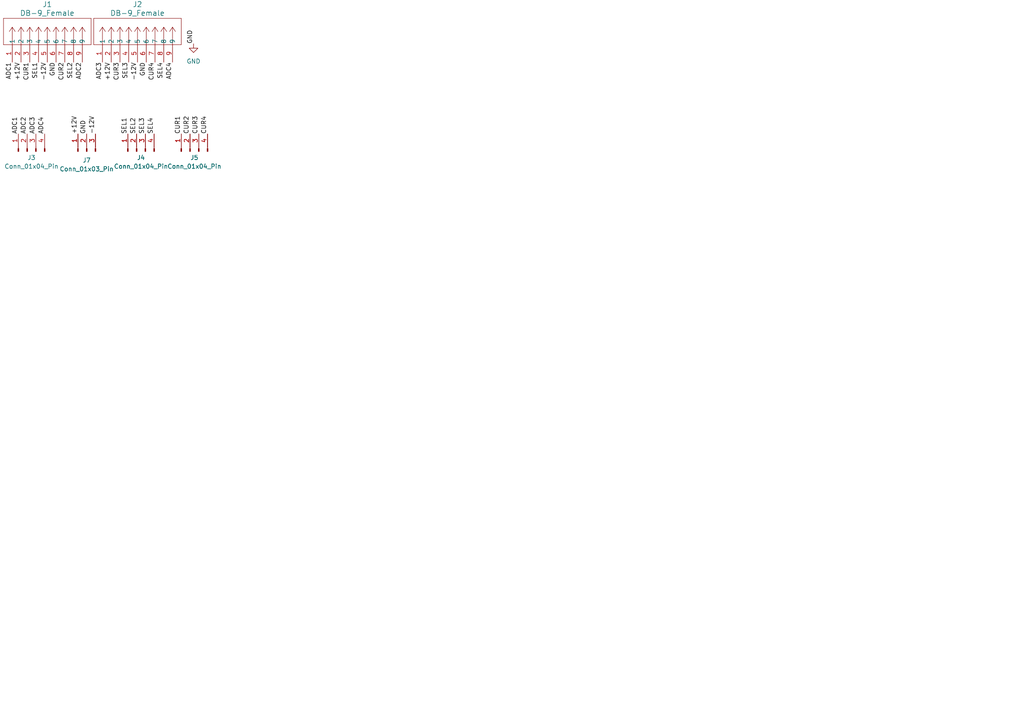
<source format=kicad_sch>
(kicad_sch (version 20230121) (generator eeschema)
  (paper "A4")
  (lib_symbols
    (symbol "Connector:Conn_01x03_Pin" (pin_names (offset 1.016) hide)
      (property "Reference" "J" (at 0 5.08 0))
      (property "Value" "Conn_01x03_Pin" (at 0 -5.08 0))
      (symbol "Conn_01x03_Pin_1_1"
        (polyline (pts (xy 1.27 -2.54) (xy 0.8636 -2.54)) (stroke (width 0.1524)))
        (polyline (pts (xy 1.27 0) (xy 0.8636 0)) (stroke (width 0.1524)))
        (polyline (pts (xy 1.27 2.54) (xy 0.8636 2.54)) (stroke (width 0.1524)))
        (rectangle (start 0.8636 -2.413) (end 0 -2.667) (stroke (width 0.1524)) (fill (type outline)))
        (rectangle (start 0.8636 0.127) (end 0 -0.127) (stroke (width 0.1524)) (fill (type outline)))
        (rectangle (start 0.8636 2.667) (end 0 2.413) (stroke (width 0.1524)) (fill (type outline)))
        (pin passive line (at 5.08 2.54 180) (length 3.81) (name "Pin_1") (number "1"))
        (pin passive line (at 5.08 0 180) (length 3.81) (name "Pin_2") (number "2"))
        (pin passive line (at 5.08 -2.54 180) (length 3.81) (name "Pin_3") (number "3"))
      )
    )
    (symbol "Connector:Conn_01x04_Pin" (pin_names (offset 1.016) hide)
      (property "Reference" "J" (at 0 5.08 0))
      (property "Value" "Conn_01x04_Pin" (at 0 -7.62 0))
      (symbol "Conn_01x04_Pin_1_1"
        (polyline (pts (xy 1.27 -5.08) (xy 0.8636 -5.08)) (stroke (width 0.1524)))
        (polyline (pts (xy 1.27 -2.54) (xy 0.8636 -2.54)) (stroke (width 0.1524)))
        (polyline (pts (xy 1.27 0) (xy 0.8636 0)) (stroke (width 0.1524)))
        (polyline (pts (xy 1.27 2.54) (xy 0.8636 2.54)) (stroke (width 0.1524)))
        (rectangle (start 0.8636 -4.953) (end 0 -5.207) (stroke (width 0.1524)) (fill (type outline)))
        (rectangle (start 0.8636 -2.413) (end 0 -2.667) (stroke (width 0.1524)) (fill (type outline)))
        (rectangle (start 0.8636 0.127) (end 0 -0.127) (stroke (width 0.1524)) (fill (type outline)))
        (rectangle (start 0.8636 2.667) (end 0 2.413) (stroke (width 0.1524)) (fill (type outline)))
        (pin passive line (at 5.08 2.54 180) (length 3.81) (name "Pin_1") (number "1"))
        (pin passive line (at 5.08 0 180) (length 3.81) (name "Pin_2") (number "2"))
        (pin passive line (at 5.08 -2.54 180) (length 3.81) (name "Pin_3") (number "3"))
        (pin passive line (at 5.08 -5.08 180) (length 3.81) (name "Pin_4") (number "4"))
      )
    )
    (symbol "DB-9_Female:DB-9_Female" (pin_names (offset 0.254))
      (property "Reference" "J" (at 8.89 6.35 0))
      (property "Value" "DB-9_Female" (at 0 0 0))
      (symbol "DB-9_Female_1_1"
        (polyline (pts (xy 5.08 -22.86) (xy 12.7 -22.86)) (stroke (width 0.127)))
        (polyline (pts (xy 5.08 2.54) (xy 5.08 -22.86)) (stroke (width 0.127)))
        (polyline (pts (xy 10.16 -20.32) (xy 5.08 -20.32)) (stroke (width 0.127)))
        (polyline (pts (xy 10.16 -20.32) (xy 8.89 -21.1667)) (stroke (width 0.127)))
        (polyline (pts (xy 10.16 -20.32) (xy 8.89 -19.4733)) (stroke (width 0.127)))
        (polyline (pts (xy 10.16 -17.78) (xy 5.08 -17.78)) (stroke (width 0.127)))
        (polyline (pts (xy 10.16 -17.78) (xy 8.89 -18.6267)) (stroke (width 0.127)))
        (polyline (pts (xy 10.16 -17.78) (xy 8.89 -16.9333)) (stroke (width 0.127)))
        (polyline (pts (xy 10.16 -15.24) (xy 5.08 -15.24)) (stroke (width 0.127)))
        (polyline (pts (xy 10.16 -15.24) (xy 8.89 -16.0867)) (stroke (width 0.127)))
        (polyline (pts (xy 10.16 -15.24) (xy 8.89 -14.3933)) (stroke (width 0.127)))
        (polyline (pts (xy 10.16 -12.7) (xy 5.08 -12.7)) (stroke (width 0.127)))
        (polyline (pts (xy 10.16 -12.7) (xy 8.89 -13.5467)) (stroke (width 0.127)))
        (polyline (pts (xy 10.16 -12.7) (xy 8.89 -11.8533)) (stroke (width 0.127)))
        (polyline (pts (xy 10.16 -10.16) (xy 5.08 -10.16)) (stroke (width 0.127)))
        (polyline (pts (xy 10.16 -10.16) (xy 8.89 -11.0067)) (stroke (width 0.127)))
        (polyline (pts (xy 10.16 -10.16) (xy 8.89 -9.3133)) (stroke (width 0.127)))
        (polyline (pts (xy 10.16 -7.62) (xy 5.08 -7.62)) (stroke (width 0.127)))
        (polyline (pts (xy 10.16 -7.62) (xy 8.89 -8.4667)) (stroke (width 0.127)))
        (polyline (pts (xy 10.16 -7.62) (xy 8.89 -6.7733)) (stroke (width 0.127)))
        (polyline (pts (xy 10.16 -5.08) (xy 5.08 -5.08)) (stroke (width 0.127)))
        (polyline (pts (xy 10.16 -5.08) (xy 8.89 -5.9267)) (stroke (width 0.127)))
        (polyline (pts (xy 10.16 -5.08) (xy 8.89 -4.2333)) (stroke (width 0.127)))
        (polyline (pts (xy 10.16 -2.54) (xy 5.08 -2.54)) (stroke (width 0.127)))
        (polyline (pts (xy 10.16 -2.54) (xy 8.89 -3.3867)) (stroke (width 0.127)))
        (polyline (pts (xy 10.16 -2.54) (xy 8.89 -1.6933)) (stroke (width 0.127)))
        (polyline (pts (xy 10.16 0) (xy 5.08 0)) (stroke (width 0.127)))
        (polyline (pts (xy 10.16 0) (xy 8.89 -0.8467)) (stroke (width 0.127)))
        (polyline (pts (xy 10.16 0) (xy 8.89 0.8467)) (stroke (width 0.127)))
        (polyline (pts (xy 12.7 -22.86) (xy 12.7 2.54)) (stroke (width 0.127)))
        (polyline (pts (xy 12.7 2.54) (xy 5.08 2.54)) (stroke (width 0.127)))
        (pin unspecified line (at 0 0 0) (length 5.08) (name "1") (number "1"))
        (pin unspecified line (at 0 -2.54 0) (length 5.08) (name "2") (number "2"))
        (pin unspecified line (at 0 -5.08 0) (length 5.08) (name "3") (number "3"))
        (pin unspecified line (at 0 -7.62 0) (length 5.08) (name "4") (number "4"))
        (pin unspecified line (at 0 -10.16 0) (length 5.08) (name "5") (number "5"))
        (pin unspecified line (at 0 -12.7 0) (length 5.08) (name "6") (number "6"))
        (pin unspecified line (at 0 -15.24 0) (length 5.08) (name "7") (number "7"))
        (pin unspecified line (at 0 -17.78 0) (length 5.08) (name "8") (number "8"))
        (pin unspecified line (at 0 -20.32 0) (length 5.08) (name "9") (number "9"))
      )
      (symbol "DB-9_Female_1_2"
        (polyline (pts (xy 5.08 -22.86) (xy 12.7 -22.86)) (stroke (width 0.127)))
        (polyline (pts (xy 5.08 2.54) (xy 5.08 -22.86)) (stroke (width 0.127)))
        (polyline (pts (xy 7.62 -20.32) (xy 5.08 -20.32)) (stroke (width 0.127)))
        (polyline (pts (xy 7.62 -20.32) (xy 8.89 -21.1667)) (stroke (width 0.127)))
        (polyline (pts (xy 7.62 -20.32) (xy 8.89 -19.4733)) (stroke (width 0.127)))
        (polyline (pts (xy 7.62 -17.78) (xy 5.08 -17.78)) (stroke (width 0.127)))
        (polyline (pts (xy 7.62 -17.78) (xy 8.89 -18.6267)) (stroke (width 0.127)))
        (polyline (pts (xy 7.62 -17.78) (xy 8.89 -16.9333)) (stroke (width 0.127)))
        (polyline (pts (xy 7.62 -15.24) (xy 5.08 -15.24)) (stroke (width 0.127)))
        (polyline (pts (xy 7.62 -15.24) (xy 8.89 -16.0867)) (stroke (width 0.127)))
        (polyline (pts (xy 7.62 -15.24) (xy 8.89 -14.3933)) (stroke (width 0.127)))
        (polyline (pts (xy 7.62 -12.7) (xy 5.08 -12.7)) (stroke (width 0.127)))
        (polyline (pts (xy 7.62 -12.7) (xy 8.89 -13.5467)) (stroke (width 0.127)))
        (polyline (pts (xy 7.62 -12.7) (xy 8.89 -11.8533)) (stroke (width 0.127)))
        (polyline (pts (xy 7.62 -10.16) (xy 5.08 -10.16)) (stroke (width 0.127)))
        (polyline (pts (xy 7.62 -10.16) (xy 8.89 -11.0067)) (stroke (width 0.127)))
        (polyline (pts (xy 7.62 -10.16) (xy 8.89 -9.3133)) (stroke (width 0.127)))
        (polyline (pts (xy 7.62 -7.62) (xy 5.08 -7.62)) (stroke (width 0.127)))
        (polyline (pts (xy 7.62 -7.62) (xy 8.89 -8.4667)) (stroke (width 0.127)))
        (polyline (pts (xy 7.62 -7.62) (xy 8.89 -6.7733)) (stroke (width 0.127)))
        (polyline (pts (xy 7.62 -5.08) (xy 5.08 -5.08)) (stroke (width 0.127)))
        (polyline (pts (xy 7.62 -5.08) (xy 8.89 -5.9267)) (stroke (width 0.127)))
        (polyline (pts (xy 7.62 -5.08) (xy 8.89 -4.2333)) (stroke (width 0.127)))
        (polyline (pts (xy 7.62 -2.54) (xy 5.08 -2.54)) (stroke (width 0.127)))
        (polyline (pts (xy 7.62 -2.54) (xy 8.89 -3.3867)) (stroke (width 0.127)))
        (polyline (pts (xy 7.62 -2.54) (xy 8.89 -1.6933)) (stroke (width 0.127)))
        (polyline (pts (xy 7.62 0) (xy 5.08 0)) (stroke (width 0.127)))
        (polyline (pts (xy 7.62 0) (xy 8.89 -0.8467)) (stroke (width 0.127)))
        (polyline (pts (xy 7.62 0) (xy 8.89 0.8467)) (stroke (width 0.127)))
        (polyline (pts (xy 12.7 -22.86) (xy 12.7 2.54)) (stroke (width 0.127)))
        (polyline (pts (xy 12.7 2.54) (xy 5.08 2.54)) (stroke (width 0.127)))
        (pin unspecified line (at 0 0 0) (length 5.08) (name "1") (number "1"))
        (pin unspecified line (at 0 -2.54 0) (length 5.08) (name "2") (number "2"))
        (pin unspecified line (at 0 -5.08 0) (length 5.08) (name "3") (number "3"))
        (pin unspecified line (at 0 -7.62 0) (length 5.08) (name "4") (number "4"))
        (pin unspecified line (at 0 -10.16 0) (length 5.08) (name "5") (number "5"))
        (pin unspecified line (at 0 -12.7 0) (length 5.08) (name "6") (number "6"))
        (pin unspecified line (at 0 -15.24 0) (length 5.08) (name "7") (number "7"))
        (pin unspecified line (at 0 -17.78 0) (length 5.08) (name "8") (number "8"))
        (pin unspecified line (at 0 -20.32 0) (length 5.08) (name "9") (number "9"))
      )
    )
    (symbol "power:GND" (power) (pin_names (offset 0))
      (property "Value" "GND" (at 0 -3.81 0))
      (symbol "GND_0_1"
        (polyline (pts (xy 0 0) (xy 0 -1.27) (xy 1.27 -1.27) (xy 0 -2.54) (xy -1.27 -1.27) (xy 0 -1.27)))
      )
      (symbol "GND_1_1"
        (pin power_in line (at 0 0 270) (length 0) hide (name "GND") (number "1"))
      )
    )
  )
  (label "ADC2" (at 23.876 18.034 270))
  (label "GND" (at 25.146 38.862 90))
  (label "+12V" (at 22.606 38.862 90))
  (label "CUR2" (at 18.796 18.034 270))
  (label "GND" (at 42.418 18.034 270))
  (label "+12V" (at 6.096 18.034 270))
  (label "GND" (at 16.256 18.034 270))
  (label "CUR4" (at 60.198 38.862 90))
  (label "-12V" (at 13.716 18.034 270))
  (label "GND" (at 56.134 12.7 90))
  (label "CUR3" (at 34.798 18.034 270))
  (label "ADC3" (at 10.414 38.862 90))
  (label "-12V" (at 39.878 18.034 270))
  (label "SEL4" (at 47.498 18.034 270))
  (label "ADC3" (at 29.718 18.034 270))
  (label "ADC1" (at 3.556 18.034 270))
  (label "CUR3" (at 57.658 38.862 90))
  (label "-12V" (at 27.686 38.862 90))
  (label "CUR2" (at 55.118 38.862 90))
  (label "ADC4" (at 50.038 18.034 270))
  (label "ADC4" (at 12.954 38.862 90))
  (label "ADC2" (at 7.874 38.862 90))
  (label "SEL2" (at 21.336 18.034 270))
  (label "SEL3" (at 42.164 38.862 90))
  (label "SEL2" (at 39.624 38.862 90))
  (label "SEL1" (at 37.084 38.862 90))
  (label "SEL1" (at 11.176 18.034 270))
  (label "CUR1" (at 8.636 18.034 270))
  (label "CUR1" (at 52.578 38.862 90))
  (label "SEL3" (at 37.338 18.034 270))
  (label "+12V" (at 32.258 18.034 270))
  (label "ADC1" (at 5.334 38.862 90))
  (label "SEL4" (at 44.704 38.862 90))
  (label "CUR4" (at 44.958 18.034 270))
  (symbol (lib_id "DB-9_Female:DB-9_Female") (at 29.718 18.034 90) (unit 1)
    (property "Reference" "J2" (at 39.878 1.27 90) (effects (font (size 1.524 1.524))))
    (property "Value" "DB-9_Female" (at 39.878 3.81 90) (effects (font (size 1.524 1.524))))
    (property "Footprint" "DB-9_Female:DB-9_Female" (effects hide))
    (property "Datasheet" "LD09P13A4GX00LF" (effects hide))
  )
  (symbol (lib_id "Connector:Conn_01x04_Pin") (at 7.874 43.942 90) (unit 1)
    (property "Reference" "J3" (at 9.144 45.72 90))
    (property "Value" "Conn_01x04_Pin" (at 9.144 48.26 90))
    (property "Footprint" "Connector_PinHeader_2.54mm:PinHeader_1x04_P2.54mm_Vertical" (effects hide))
  )
  (symbol (lib_id "DB-9_Female:DB-9_Female") (at 3.556 18.034 90) (unit 1)
    (property "Reference" "J1" (at 13.716 1.27 90) (effects (font (size 1.524 1.524))))
    (property "Value" "DB-9_Female" (at 13.716 3.81 90) (effects (font (size 1.524 1.524))))
    (property "Footprint" "DB-9_Female:DB-9_Female" (effects hide))
    (property "Datasheet" "LD09P13A4GX00LF" (effects hide))
  )
  (symbol (lib_id "Connector:Conn_01x03_Pin") (at 25.146 43.942 90) (unit 1)
    (property "Reference" "J7" (at 25.146 46.482 90))
    (property "Value" "Conn_01x03_Pin" (at 25.146 49.022 90))
    (property "Footprint" "Connector_PinHeader_2.54mm:PinHeader_1x03_P2.54mm_Vertical" (effects hide))
  )
  (symbol (lib_id "Connector:Conn_01x04_Pin") (at 55.118 43.942 90) (unit 1)
    (property "Reference" "J5" (at 56.388 45.72 90))
    (property "Value" "Conn_01x04_Pin" (at 56.388 48.26 90))
    (property "Footprint" "Connector_PinHeader_2.54mm:PinHeader_1x04_P2.54mm_Vertical" (effects hide))
  )
  (symbol (lib_id "Connector:Conn_01x04_Pin") (at 39.624 43.942 90) (unit 1)
    (property "Reference" "J4" (at 40.894 45.72 90))
    (property "Value" "Conn_01x04_Pin" (at 40.894 48.26 90))
    (property "Footprint" "Connector_PinHeader_2.54mm:PinHeader_1x04_P2.54mm_Vertical" (effects hide))
  )
  (symbol (lib_id "power:GND") (at 56.134 12.7 0) (unit 1)
    (property "Reference" "#PWR01" (effects hide))
    (property "Value" "GND" (at 56.134 17.78 0))
  )
)
</source>
